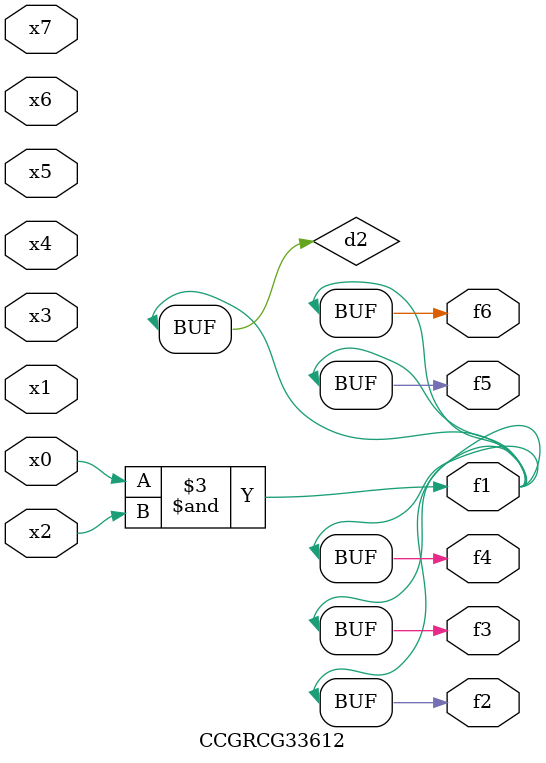
<source format=v>
module CCGRCG33612(
	input x0, x1, x2, x3, x4, x5, x6, x7,
	output f1, f2, f3, f4, f5, f6
);

	wire d1, d2;

	nor (d1, x3, x6);
	and (d2, x0, x2);
	assign f1 = d2;
	assign f2 = d2;
	assign f3 = d2;
	assign f4 = d2;
	assign f5 = d2;
	assign f6 = d2;
endmodule

</source>
